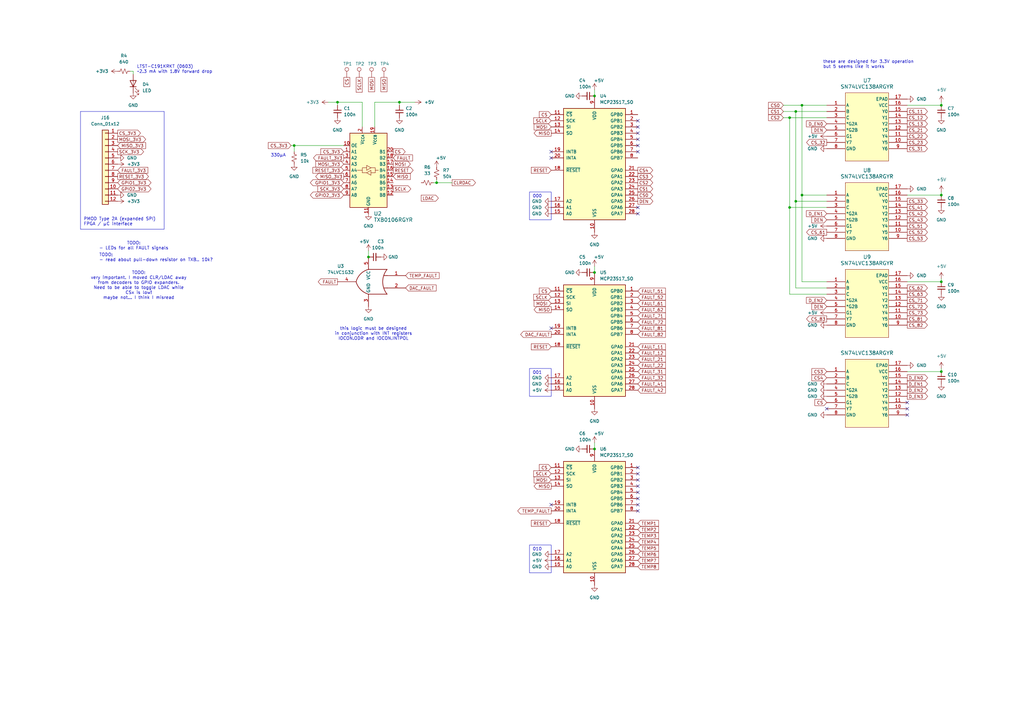
<source format=kicad_sch>
(kicad_sch (version 20250114) (generator "eeschema") (generator_version "9.0")
  (paper "A3")
  (lib_symbols
    (symbol "74xGxx:74LVC1G32"
      (property "Reference" "U" (at -5.08 7.62 0))
      (property "Value" "74LVC1G32" (at 7.62 -7.62 0))
      (symbol "74LVC1G32_0_1"
        (arc (start -7.62 5.08) (mid -5.838 0) (end -7.62 -5.08) (stroke (width 0.254)))
        (polyline (pts (xy -7.62 2.54) (xy -6.35 2.54)) (stroke (width 0.254)) (fill (type background)))
        (polyline (pts (xy -7.62 -2.54) (xy -6.35 -2.54)) (stroke (width 0.254)) (fill (type background)))
        (arc (start 5.08 0) (mid 3.202 -3.202) (end 0 -5.08) (stroke (width 0.254)))
        (arc (start 0 5.08) (mid 3.2271 3.2271) (end 5.08 0) (stroke (width 0.254)))
        (polyline (pts (xy 0 5.08) (xy -7.62 5.08)) (stroke (width 0.254)) (fill (type background)))
        (polyline (pts (xy 0 -5.08) (xy -7.62 -5.08)) (stroke (width 0.254)) (fill (type background)))
      )
      (symbol "74LVC1G32_1_1"
        (pin input line (at -15.24 2.54 0) (length 7.62) (name "~") (number "1"))
        (pin input line (at -15.24 -2.54 0) (length 7.62) (name "~") (number "2"))
        (pin power_in line (at 0 10.16 270) (length 5.08) (name "VCC") (number "5"))
        (pin power_in line (at 0 -10.16 90) (length 5.08) (name "GND") (number "3"))
        (pin output line (at 12.7 0 180) (length 7.62) (name "~") (number "4"))
      )
    )
    (symbol "74xx:SN74LVC138ARGYR" (pin_names (offset 0.254))
      (property "Reference" "U" (at 0 19.05 0))
      (property "Value" "SN74LVC138ARGYR" (at 0 16.51 0))
      (symbol "SN74LVC138ARGYR_0_1"
        (pin input line (at -16.51 8.89 0) (length 7.62) (name "A") (number "1"))
        (pin input line (at -16.51 6.35 0) (length 7.62) (name "B") (number "2"))
        (pin input line (at -16.51 3.81 0) (length 7.62) (name "C") (number "3"))
        (pin input line (at -16.51 1.27 0) (length 7.62) (name "*G2A") (number "4"))
        (pin input line (at -16.51 -1.27 0) (length 7.62) (name "*G2B") (number "5"))
        (pin input line (at -16.51 -3.81 0) (length 7.62) (name "G1") (number "6"))
        (pin output line (at -16.51 -6.35 0) (length 7.62) (name "Y7") (number "7"))
        (pin power_in line (at -16.51 -8.89 0) (length 7.62) (name "GND") (number "8"))
        (pin unspecified line (at 16.51 11.43 180) (length 7.62) (name "EPAD") (number "17"))
        (pin power_in line (at 16.51 8.89 180) (length 7.62) (name "VCC") (number "16"))
        (pin output line (at 16.51 6.35 180) (length 7.62) (name "Y0") (number "15"))
        (pin output line (at 16.51 3.81 180) (length 7.62) (name "Y1") (number "14"))
        (pin output line (at 16.51 1.27 180) (length 7.62) (name "Y2") (number "13"))
        (pin output line (at 16.51 -1.27 180) (length 7.62) (name "Y3") (number "12"))
        (pin output line (at 16.51 -3.81 180) (length 7.62) (name "Y4") (number "11"))
        (pin output line (at 16.51 -6.35 180) (length 7.62) (name "Y5") (number "10"))
        (pin output line (at 16.51 -8.89 180) (length 7.62) (name "Y6") (number "9"))
      )
      (symbol "SN74LVC138ARGYR_1_1"
        (rectangle (start -8.89 13.97) (end 8.89 -13.97) (fill (type background)))
      )
    )
    (symbol "Connector:TestPoint" (pin_numbers (hide yes)) (pin_names (offset 0.762) (hide yes))
      (property "Reference" "TP" (at 0 6.858 0))
      (property "Value" "TestPoint" (at 0 5.08 0))
      (symbol "TestPoint_0_1"
        (circle (center 0 3.302) (radius 0.762))
      )
      (symbol "TestPoint_1_1"
        (pin passive line (at 0 0 90) (length 2.54) (name "1") (number "1"))
      )
    )
    (symbol "Connector_Generic:Conn_01x12" (pin_names (offset 1.016) (hide yes))
      (property "Reference" "J" (at 0 15.24 0))
      (property "Value" "Conn_01x12" (at 0 -17.78 0))
      (symbol "Conn_01x12_1_1"
        (rectangle (start -1.27 13.97) (end 1.27 -16.51) (stroke (width 0.254)) (fill (type background)))
        (rectangle (start -1.27 12.827) (end 0 12.573) (stroke (width 0.1524)))
        (rectangle (start -1.27 10.287) (end 0 10.033) (stroke (width 0.1524)))
        (rectangle (start -1.27 7.747) (end 0 7.493) (stroke (width 0.1524)))
        (rectangle (start -1.27 5.207) (end 0 4.953) (stroke (width 0.1524)))
        (rectangle (start -1.27 2.667) (end 0 2.413) (stroke (width 0.1524)))
        (rectangle (start -1.27 0.127) (end 0 -0.127) (stroke (width 0.1524)))
        (rectangle (start -1.27 -2.413) (end 0 -2.667) (stroke (width 0.1524)))
        (rectangle (start -1.27 -4.953) (end 0 -5.207) (stroke (width 0.1524)))
        (rectangle (start -1.27 -7.493) (end 0 -7.747) (stroke (width 0.1524)))
        (rectangle (start -1.27 -10.033) (end 0 -10.287) (stroke (width 0.1524)))
        (rectangle (start -1.27 -12.573) (end 0 -12.827) (stroke (width 0.1524)))
        (rectangle (start -1.27 -15.113) (end 0 -15.367) (stroke (width 0.1524)))
        (pin passive line (at -5.08 12.7 0) (length 3.81) (name "Pin_1") (number "1"))
        (pin passive line (at -5.08 10.16 0) (length 3.81) (name "Pin_2") (number "2"))
        (pin passive line (at -5.08 7.62 0) (length 3.81) (name "Pin_3") (number "3"))
        (pin passive line (at -5.08 5.08 0) (length 3.81) (name "Pin_4") (number "4"))
        (pin passive line (at -5.08 2.54 0) (length 3.81) (name "Pin_5") (number "5"))
        (pin passive line (at -5.08 0 0) (length 3.81) (name "Pin_6") (number "6"))
        (pin passive line (at -5.08 -2.54 0) (length 3.81) (name "Pin_7") (number "7"))
        (pin passive line (at -5.08 -5.08 0) (length 3.81) (name "Pin_8") (number "8"))
        (pin passive line (at -5.08 -7.62 0) (length 3.81) (name "Pin_9") (number "9"))
        (pin passive line (at -5.08 -10.16 0) (length 3.81) (name "Pin_10") (number "10"))
        (pin passive line (at -5.08 -12.7 0) (length 3.81) (name "Pin_11") (number "11"))
        (pin passive line (at -5.08 -15.24 0) (length 3.81) (name "Pin_12") (number "12"))
      )
    )
    (symbol "Device:C_Small" (pin_numbers (hide yes)) (pin_names (offset 0.254) (hide yes))
      (property "Reference" "C" (at 0.254 1.778 0))
      (property "Value" "C_Small" (at 0.254 -2.032 0))
      (symbol "C_Small_0_1"
        (polyline (pts (xy -1.524 0.508) (xy 1.524 0.508)) (stroke (width 0.3048)))
        (polyline (pts (xy -1.524 -0.508) (xy 1.524 -0.508)) (stroke (width 0.3302)))
      )
      (symbol "C_Small_1_1"
        (pin passive line (at 0 2.54 270) (length 2.032) (name "~") (number "1"))
        (pin passive line (at 0 -2.54 90) (length 2.032) (name "~") (number "2"))
      )
    )
    (symbol "Device:LED" (pin_numbers (hide yes)) (pin_names (offset 1.016) (hide yes))
      (property "Reference" "D" (at 0 2.54 0))
      (property "Value" "LED" (at 0 -2.54 0))
      (symbol "LED_0_1"
        (polyline (pts (xy -3.048 -0.762) (xy -4.572 -2.286) (xy -3.81 -2.286) (xy -4.572 -2.286) (xy -4.572 -1.524)))
        (polyline (pts (xy -1.778 -0.762) (xy -3.302 -2.286) (xy -2.54 -2.286) (xy -3.302 -2.286) (xy -3.302 -1.524)))
        (polyline (pts (xy -1.27 0) (xy 1.27 0)))
        (polyline (pts (xy -1.27 -1.27) (xy -1.27 1.27)) (stroke (width 0.254)))
        (polyline (pts (xy 1.27 -1.27) (xy 1.27 1.27) (xy -1.27 0) (xy 1.27 -1.27)) (stroke (width 0.254)))
      )
      (symbol "LED_1_1"
        (pin passive line (at -3.81 0 0) (length 2.54) (name "K") (number "1"))
        (pin passive line (at 3.81 0 180) (length 2.54) (name "A") (number "2"))
      )
    )
    (symbol "Device:R_Small_US" (pin_numbers (hide yes)) (pin_names (offset 0.254) (hide yes))
      (property "Reference" "R" (at 0.762 0.508 0))
      (property "Value" "R_Small_US" (at 0.762 -1.016 0))
      (symbol "R_Small_US_1_1"
        (polyline (pts (xy 0 1.524) (xy 1.016 1.143) (xy 0 0.762) (xy -1.016 0.381) (xy 0 0)))
        (polyline (pts (xy 0 0) (xy 1.016 -0.381) (xy 0 -0.762) (xy -1.016 -1.143) (xy 0 -1.524)))
        (pin passive line (at 0 2.54 270) (length 1.016) (name "~") (number "1"))
        (pin passive line (at 0 -2.54 90) (length 1.016) (name "~") (number "2"))
      )
    )
    (symbol "Interface_Expansion:MCP23S17_SO" (pin_names (offset 1.016))
      (property "Reference" "U" (at -11.43 24.13 0))
      (property "Value" "MCP23S17_SO" (at 0 0 0))
      (symbol "MCP23S17_SO_0_1"
        (rectangle (start -12.7 22.86) (end 12.7 -22.86) (stroke (width 0.254)) (fill (type background)))
      )
      (symbol "MCP23S17_SO_1_1"
        (pin input line (at -17.78 20.32 0) (length 5.08) (name "~{CS}") (number "11"))
        (pin input line (at -17.78 17.78 0) (length 5.08) (name "SCK") (number "12"))
        (pin input line (at -17.78 15.24 0) (length 5.08) (name "SI") (number "13"))
        (pin output line (at -17.78 12.7 0) (length 5.08) (name "SO") (number "14"))
        (pin tri_state line (at -17.78 5.08 0) (length 5.08) (name "INTB") (number "19"))
        (pin tri_state line (at -17.78 2.54 0) (length 5.08) (name "INTA") (number "20"))
        (pin input line (at -17.78 -2.54 0) (length 5.08) (name "~{RESET}") (number "18"))
        (pin input line (at -17.78 -15.24 0) (length 5.08) (name "A2") (number "17"))
        (pin input line (at -17.78 -17.78 0) (length 5.08) (name "A1") (number "16"))
        (pin input line (at -17.78 -20.32 0) (length 5.08) (name "A0") (number "15"))
        (pin power_in line (at 0 27.94 270) (length 5.08) (name "VDD") (number "9"))
        (pin power_in line (at 0 -27.94 90) (length 5.08) (name "VSS") (number "10"))
        (pin bidirectional line (at 17.78 20.32 180) (length 5.08) (name "GPB0") (number "1"))
        (pin bidirectional line (at 17.78 17.78 180) (length 5.08) (name "GPB1") (number "2"))
        (pin bidirectional line (at 17.78 15.24 180) (length 5.08) (name "GPB2") (number "3"))
        (pin bidirectional line (at 17.78 12.7 180) (length 5.08) (name "GPB3") (number "4"))
        (pin bidirectional line (at 17.78 10.16 180) (length 5.08) (name "GPB4") (number "5"))
        (pin bidirectional line (at 17.78 7.62 180) (length 5.08) (name "GPB5") (number "6"))
        (pin bidirectional line (at 17.78 5.08 180) (length 5.08) (name "GPB6") (number "7"))
        (pin bidirectional line (at 17.78 2.54 180) (length 5.08) (name "GPB7") (number "8"))
        (pin bidirectional line (at 17.78 -2.54 180) (length 5.08) (name "GPA0") (number "21"))
        (pin bidirectional line (at 17.78 -5.08 180) (length 5.08) (name "GPA1") (number "22"))
        (pin bidirectional line (at 17.78 -7.62 180) (length 5.08) (name "GPA2") (number "23"))
        (pin bidirectional line (at 17.78 -10.16 180) (length 5.08) (name "GPA3") (number "24"))
        (pin bidirectional line (at 17.78 -12.7 180) (length 5.08) (name "GPA4") (number "25"))
        (pin bidirectional line (at 17.78 -15.24 180) (length 5.08) (name "GPA5") (number "26"))
        (pin bidirectional line (at 17.78 -17.78 180) (length 5.08) (name "GPA6") (number "27"))
        (pin bidirectional line (at 17.78 -20.32 180) (length 5.08) (name "GPA7") (number "28"))
      )
    )
    (symbol "Logic_LevelTranslator:TXB0108PW"
      (property "Reference" "U" (at -6.35 16.51 0))
      (property "Value" "TXB0108PW" (at 3.81 16.51 0))
      (symbol "TXB0108PW_0_1"
        (rectangle (start -7.62 15.24) (end 7.62 -15.24) (stroke (width 0.254)) (fill (type background)))
        (polyline (pts (xy -2.54 0) (xy -2.54 1.016) (xy -0.762 1.016)))
        (polyline (pts (xy -0.762 -1.016) (xy -2.54 -1.016) (xy -2.54 0) (xy -4.572 0)))
        (polyline (pts (xy -0.762 -1.016) (xy 1.016 0) (xy 1.016 -2.032) (xy -0.762 -1.016)))
        (polyline (pts (xy 1.016 1.016) (xy -0.762 0) (xy -0.762 2.032) (xy 1.016 1.016)))
        (polyline (pts (xy 1.016 1.016) (xy 2.794 1.016) (xy 2.794 0) (xy 4.064 0)))
        (polyline (pts (xy 2.794 0) (xy 2.794 -1.016) (xy 1.016 -1.016)))
      )
      (symbol "TXB0108PW_1_1"
        (pin input line (at -10.16 10.16 0) (length 2.54) (name "OE") (number "10"))
        (pin bidirectional line (at -10.16 7.62 0) (length 2.54) (name "A1") (number "1"))
        (pin bidirectional line (at -10.16 5.08 0) (length 2.54) (name "A2") (number "3"))
        (pin bidirectional line (at -10.16 2.54 0) (length 2.54) (name "A3") (number "4"))
        (pin bidirectional line (at -10.16 0 0) (length 2.54) (name "A4") (number "5"))
        (pin bidirectional line (at -10.16 -2.54 0) (length 2.54) (name "A5") (number "6"))
        (pin bidirectional line (at -10.16 -5.08 0) (length 2.54) (name "A6") (number "7"))
        (pin bidirectional line (at -10.16 -7.62 0) (length 2.54) (name "A7") (number "8"))
        (pin bidirectional line (at -10.16 -10.16 0) (length 2.54) (name "A8") (number "9"))
        (pin power_in line (at -2.54 17.78 270) (length 2.54) (name "V_{CCA}") (number "2"))
        (pin power_in line (at 0 -17.78 90) (length 2.54) (name "GND") (number "11"))
        (pin power_in line (at 2.54 17.78 270) (length 2.54) (name "V_{CCB}") (number "19"))
        (pin bidirectional line (at 10.16 7.62 180) (length 2.54) (name "B1") (number "20"))
        (pin bidirectional line (at 10.16 5.08 180) (length 2.54) (name "B2") (number "18"))
        (pin bidirectional line (at 10.16 2.54 180) (length 2.54) (name "B3") (number "17"))
        (pin bidirectional line (at 10.16 0 180) (length 2.54) (name "B4") (number "16"))
        (pin bidirectional line (at 10.16 -2.54 180) (length 2.54) (name "B5") (number "15"))
        (pin bidirectional line (at 10.16 -5.08 180) (length 2.54) (name "B6") (number "14"))
        (pin bidirectional line (at 10.16 -7.62 180) (length 2.54) (name "B7") (number "13"))
        (pin bidirectional line (at 10.16 -10.16 180) (length 2.54) (name "B8") (number "12"))
      )
    )
    (symbol "power:+3V3" (power) (pin_names (offset 0))
      (property "Value" "+3V3" (at 0 3.556 0))
      (symbol "+3V3_0_1"
        (polyline (pts (xy -0.762 1.27) (xy 0 2.54)))
        (polyline (pts (xy 0 2.54) (xy 0.762 1.27)))
        (polyline (pts (xy 0 0) (xy 0 2.54)))
      )
      (symbol "+3V3_1_1"
        (pin power_in line (at 0 0 90) (length 0) (hide yes) (name "+3V3") (number "1"))
      )
    )
    (symbol "power:+5V" (power) (pin_names (offset 0))
      (property "Value" "+5V" (at 0 3.556 0))
      (symbol "+5V_0_1"
        (polyline (pts (xy -0.762 1.27) (xy 0 2.54)))
        (polyline (pts (xy 0 2.54) (xy 0.762 1.27)))
        (polyline (pts (xy 0 0) (xy 0 2.54)))
      )
      (symbol "+5V_1_1"
        (pin power_in line (at 0 0 90) (length 0) (hide yes) (name "+5V") (number "1"))
      )
    )
    (symbol "power:GND" (power) (pin_names (offset 0))
      (property "Value" "GND" (at 0 -3.81 0))
      (symbol "GND_0_1"
        (polyline (pts (xy 0 0) (xy 0 -1.27) (xy 1.27 -1.27) (xy 0 -2.54) (xy -1.27 -1.27) (xy 0 -1.27)))
      )
      (symbol "GND_1_1"
        (pin power_in line (at 0 0 270) (length 0) (hide yes) (name "GND") (number "1"))
      )
    )
  )
  (rectangle (start 217.17 223.52) (end 226.06 234.95))
  (rectangle (start 217.17 78.74) (end 226.06 90.17))
  (rectangle (start 217.17 151.13) (end 226.06 162.56))
  (text "TODO:\n- LEDs for all FAULT signals\n" (at 54.864 100.838 0) (effects (font (size 1.27 1.27))))
  (text "this logic must be designed\nin conjunction with INT registers\nIOCON.ODR and IOCON.INTPOL" (at 153.162 136.906 0) (effects (font (size 1.27 1.27))))
  (text "PMOD Type 2A (expanded SPI)\nFPGA / µC interface" (at 34.29 92.71 0) (effects (font (size 1.27 1.27)) (justify left bottom)))
  (text "330µA" (at 110.998 63.754 0) (effects (font (size 1.27 1.27)) (justify left)))
  (text "these are designed for 3.3V operation\nbut 5 seems like it works" (at 337.566 28.194 0) (effects (font (size 1.27 1.27)) (justify left bottom)))
  (text "000" (at 218.44 81.28 0) (effects (font (size 1.27 1.27)) (justify left bottom)))
  (text "010" (at 218.44 226.06 0) (effects (font (size 1.27 1.27)) (justify left bottom)))
  (text "TODO:\nvery important. I moved CLR/LDAC away\nfrom decoders to GPIO expanders.\nNeed to be able to toggle LDAC while\nCSx is low!\nmaybe not... I think I misread" (at 56.896 117.094 0) (effects (font (size 1.27 1.27))))
  (text "TODO:\n- read about pull-down resistor on TXB.. 10k?" (at 40.64 107.442 0) (effects (font (size 1.27 1.27)) (justify left bottom)))
  (text "001" (at 218.44 153.67 0) (effects (font (size 1.27 1.27)) (justify left bottom)))
  (text "LTST-C191KRKT (0603)\n~2.3 mA with 1.8V forward drop" (at 56.134 28.448 0) (effects (font (size 1.27 1.27)) (justify left)))
  (junction (at 179.07 74.93))
  (junction (at 386.08 115.57))
  (junction (at 151.13 105.41))
  (junction (at 323.85 48.26))
  (junction (at 328.93 80.01))
  (junction (at 328.93 43.18))
  (junction (at 323.85 85.09))
  (junction (at 243.84 184.15))
  (junction (at 386.08 43.18))
  (junction (at 243.84 111.76))
  (junction (at 386.08 152.4))
  (junction (at 138.43 41.91))
  (junction (at 120.65 59.69))
  (junction (at 326.39 45.72))
  (junction (at 326.39 82.55))
  (junction (at 243.84 39.37))
  (junction (at 386.08 80.01))
  (junction (at 163.83 41.91))
  (no_connect (at 339.09 167.64))
  (no_connect (at 261.62 207.01))
  (no_connect (at 226.06 207.01))
  (no_connect (at 261.62 201.93))
  (no_connect (at 261.62 199.39))
  (no_connect (at 261.62 54.61))
  (no_connect (at 226.06 64.77))
  (no_connect (at 261.62 194.31))
  (no_connect (at 261.62 57.15))
  (no_connect (at 226.06 134.62))
  (no_connect (at 261.62 204.47))
  (no_connect (at 261.62 59.69))
  (no_connect (at 261.62 49.53))
  (no_connect (at 261.62 52.07))
  (no_connect (at 372.11 165.1))
  (no_connect (at 261.62 85.09))
  (no_connect (at 372.11 170.18))
  (no_connect (at 261.62 62.23))
  (no_connect (at 226.06 62.23))
  (no_connect (at 261.62 209.55))
  (no_connect (at 261.62 87.63))
  (no_connect (at 261.62 191.77))
  (no_connect (at 372.11 167.64))
  (no_connect (at 261.62 196.85))
  (wire (pts (xy 372.11 43.18) (xy 386.08 43.18)))
  (wire (pts (xy 326.39 45.72) (xy 339.09 45.72)))
  (wire (pts (xy 120.65 59.69) (xy 119.38 59.69)))
  (wire (pts (xy 163.83 41.91) (xy 170.18 41.91)))
  (wire (pts (xy 179.07 73.66) (xy 179.07 74.93)))
  (wire (pts (xy 243.84 181.61) (xy 243.84 184.15)))
  (wire (pts (xy 323.85 85.09) (xy 323.85 120.65)))
  (wire (pts (xy 323.85 120.65) (xy 339.09 120.65)))
  (polyline (pts (xy 33.02 45.72) (xy 67.31 45.72)))
  (polyline (pts (xy 33.02 93.98) (xy 67.31 93.98)))
  (wire (pts (xy 243.84 109.22) (xy 243.84 111.76)))
  (wire (pts (xy 179.07 74.93) (xy 185.42 74.93)))
  (wire (pts (xy 386.08 151.13) (xy 386.08 152.4)))
  (wire (pts (xy 120.65 59.69) (xy 120.65 62.23)))
  (wire (pts (xy 328.93 80.01) (xy 328.93 115.57)))
  (wire (pts (xy 138.43 43.18) (xy 138.43 41.91)))
  (wire (pts (xy 326.39 118.11) (xy 339.09 118.11)))
  (wire (pts (xy 323.85 85.09) (xy 339.09 85.09)))
  (wire (pts (xy 163.83 43.18) (xy 163.83 41.91)))
  (wire (pts (xy 53.34 29.21) (xy 54.61 29.21)))
  (wire (pts (xy 151.13 102.87) (xy 151.13 105.41)))
  (wire (pts (xy 326.39 82.55) (xy 339.09 82.55)))
  (wire (pts (xy 372.11 152.4) (xy 386.08 152.4)))
  (wire (pts (xy 328.93 43.18) (xy 328.93 80.01)))
  (wire (pts (xy 326.39 45.72) (xy 326.39 82.55)))
  (wire (pts (xy 321.31 45.72) (xy 326.39 45.72)))
  (wire (pts (xy 321.31 48.26) (xy 323.85 48.26)))
  (wire (pts (xy 386.08 78.74) (xy 386.08 80.01)))
  (polyline (pts (xy 33.02 45.72) (xy 33.02 93.98)))
  (wire (pts (xy 177.8 74.93) (xy 179.07 74.93)))
  (wire (pts (xy 153.67 52.07) (xy 153.67 41.91)))
  (wire (pts (xy 153.67 41.91) (xy 163.83 41.91)))
  (wire (pts (xy 326.39 82.55) (xy 326.39 118.11)))
  (wire (pts (xy 134.62 41.91) (xy 138.43 41.91)))
  (wire (pts (xy 372.11 80.01) (xy 386.08 80.01)))
  (wire (pts (xy 148.59 41.91) (xy 138.43 41.91)))
  (wire (pts (xy 328.93 43.18) (xy 339.09 43.18)))
  (wire (pts (xy 328.93 80.01) (xy 339.09 80.01)))
  (wire (pts (xy 386.08 41.91) (xy 386.08 43.18)))
  (wire (pts (xy 120.65 59.69) (xy 140.97 59.69)))
  (wire (pts (xy 386.08 114.3) (xy 386.08 115.57)))
  (wire (pts (xy 148.59 52.07) (xy 148.59 41.91)))
  (wire (pts (xy 243.84 36.83) (xy 243.84 39.37)))
  (wire (pts (xy 323.85 48.26) (xy 339.09 48.26)))
  (wire (pts (xy 323.85 48.26) (xy 323.85 85.09)))
  (wire (pts (xy 54.61 29.21) (xy 54.61 30.48)))
  (wire (pts (xy 321.31 43.18) (xy 328.93 43.18)))
  (wire (pts (xy 328.93 115.57) (xy 339.09 115.57)))
  (polyline (pts (xy 67.31 93.98) (xy 67.31 45.72)))
  (wire (pts (xy 372.11 115.57) (xy 386.08 115.57)))
  (global_label "CS4" (shape input) (at 339.09 154.94 180) (property "Intersheetrefs" "${INTERSHEET_REFS}" (effects (hide yes))))
  (global_label "D_EN1" (shape input) (at 339.09 87.63 180) (property "Intersheetrefs" "${INTERSHEET_REFS}" (effects (hide yes))))
  (global_label "FAULT_3V3" (shape input) (at 48.26 69.85 0) (property "Intersheetrefs" "${INTERSHEET_REFS}" (effects (hide yes))))
  (global_label "CS_33" (shape output) (at 372.11 82.55 0) (property "Intersheetrefs" "${INTERSHEET_REFS}" (effects (hide yes))))
  (global_label "MOSI" (shape input) (at 226.06 124.46 180) (property "Intersheetrefs" "${INTERSHEET_REFS}" (effects (hide yes))))
  (global_label "TEMP_FAULT" (shape output) (at 226.06 209.55 180) (property "Intersheetrefs" "${INTERSHEET_REFS}" (effects (hide yes))))
  (global_label "FAULT_71" (shape input) (at 261.62 129.54 0) (property "Intersheetrefs" "${INTERSHEET_REFS}" (effects (hide yes))))
  (global_label "FAULT_52" (shape input) (at 261.62 121.92 0) (property "Intersheetrefs" "${INTERSHEET_REFS}" (effects (hide yes))))
  (global_label "D_EN0" (shape input) (at 339.09 50.8 180) (property "Intersheetrefs" "${INTERSHEET_REFS}" (effects (hide yes))))
  (global_label "MOSI" (shape passive) (at 152.4 31.75 270) (property "Intersheetrefs" "${INTERSHEET_REFS}" (effects (hide yes))))
  (global_label "CS_11" (shape output) (at 372.11 45.72 0) (property "Intersheetrefs" "${INTERSHEET_REFS}" (effects (hide yes))))
  (global_label "CS_63" (shape output) (at 372.11 120.65 0) (property "Intersheetrefs" "${INTERSHEET_REFS}" (effects (hide yes))))
  (global_label "TEMP3" (shape input) (at 261.62 219.71 0) (property "Intersheetrefs" "${INTERSHEET_REFS}" (effects (hide yes))))
  (global_label "TEMP6" (shape input) (at 261.62 227.33 0) (property "Intersheetrefs" "${INTERSHEET_REFS}" (effects (hide yes))))
  (global_label "FAULT_42" (shape input) (at 261.62 160.02 0) (property "Intersheetrefs" "${INTERSHEET_REFS}" (effects (hide yes))))
  (global_label "CS_53" (shape output) (at 372.11 97.79 0) (property "Intersheetrefs" "${INTERSHEET_REFS}" (effects (hide yes))))
  (global_label "MISO" (shape input) (at 161.29 72.39 0) (property "Intersheetrefs" "${INTERSHEET_REFS}" (effects (hide yes))))
  (global_label "D_EN2" (shape input) (at 339.09 123.19 180) (property "Intersheetrefs" "${INTERSHEET_REFS}" (effects (hide yes))))
  (global_label "TEMP4" (shape input) (at 261.62 222.25 0) (property "Intersheetrefs" "${INTERSHEET_REFS}" (effects (hide yes))))
  (global_label "TEMP5" (shape input) (at 261.62 224.79 0) (property "Intersheetrefs" "${INTERSHEET_REFS}" (effects (hide yes))))
  (global_label "SCLK" (shape passive) (at 147.32 31.75 270) (property "Intersheetrefs" "${INTERSHEET_REFS}" (effects (hide yes))))
  (global_label "FAULT_31" (shape input) (at 261.62 152.4 0) (property "Intersheetrefs" "${INTERSHEET_REFS}" (effects (hide yes))))
  (global_label "MOSI" (shape input) (at 226.06 196.85 180) (property "Intersheetrefs" "${INTERSHEET_REFS}" (effects (hide yes))))
  (global_label "FAULT" (shape output) (at 138.43 115.57 180) (property "Intersheetrefs" "${INTERSHEET_REFS}" (effects (hide yes))))
  (global_label "FAULT" (shape input) (at 161.29 64.77 0) (property "Intersheetrefs" "${INTERSHEET_REFS}" (effects (hide yes))))
  (global_label "CS2" (shape output) (at 261.62 74.93 0) (property "Intersheetrefs" "${INTERSHEET_REFS}" (effects (hide yes))))
  (global_label "CS_82" (shape output) (at 372.11 133.35 0) (property "Intersheetrefs" "${INTERSHEET_REFS}" (effects (hide yes))))
  (global_label "MISO_3V3" (shape output) (at 140.97 72.39 180) (property "Intersheetrefs" "${INTERSHEET_REFS}" (effects (hide yes))))
  (global_label "DEN" (shape input) (at 339.09 125.73 180) (property "Intersheetrefs" "${INTERSHEET_REFS}" (effects (hide yes))))
  (global_label "CS_61" (shape output) (at 339.09 95.25 180) (property "Intersheetrefs" "${INTERSHEET_REFS}" (effects (hide yes))))
  (global_label "CLRDAC" (shape output) (at 185.42 74.93 0) (property "Intersheetrefs" "${INTERSHEET_REFS}" (effects (hide yes))))
  (global_label "TEMP8" (shape input) (at 261.62 232.41 0) (property "Intersheetrefs" "${INTERSHEET_REFS}" (effects (hide yes))))
  (global_label "CS" (shape input) (at 339.09 165.1 180) (property "Intersheetrefs" "${INTERSHEET_REFS}" (effects (hide yes))))
  (global_label "FAULT_21" (shape input) (at 261.62 147.32 0) (property "Intersheetrefs" "${INTERSHEET_REFS}" (effects (hide yes))))
  (global_label "CS_23" (shape output) (at 372.11 58.42 0) (property "Intersheetrefs" "${INTERSHEET_REFS}" (effects (hide yes))))
  (global_label "FAULT_61" (shape input) (at 261.62 124.46 0) (property "Intersheetrefs" "${INTERSHEET_REFS}" (effects (hide yes))))
  (global_label "SCLK" (shape input) (at 226.06 49.53 180) (property "Intersheetrefs" "${INTERSHEET_REFS}" (effects (hide yes))))
  (global_label "CS0" (shape input) (at 321.31 43.18 180) (property "Intersheetrefs" "${INTERSHEET_REFS}" (effects (hide yes))))
  (global_label "MOSI_3V3" (shape output) (at 48.26 57.15 0) (property "Intersheetrefs" "${INTERSHEET_REFS}" (effects (hide yes))))
  (global_label "SCLK" (shape input) (at 226.06 194.31 180) (property "Intersheetrefs" "${INTERSHEET_REFS}" (effects (hide yes))))
  (global_label "CS" (shape passive) (at 142.24 31.75 270) (property "Intersheetrefs" "${INTERSHEET_REFS}" (effects (hide yes))))
  (global_label "DEN" (shape input) (at 339.09 90.17 180) (property "Intersheetrefs" "${INTERSHEET_REFS}" (effects (hide yes))))
  (global_label "RESET" (shape input) (at 226.06 142.24 180) (property "Intersheetrefs" "${INTERSHEET_REFS}" (effects (hide yes))))
  (global_label "LDAC" (shape output) (at 172.72 81.28 0) (property "Intersheetrefs" "${INTERSHEET_REFS}" (effects (hide yes))))
  (global_label "D_EN2" (shape output) (at 372.11 160.02 0) (property "Intersheetrefs" "${INTERSHEET_REFS}" (effects (hide yes))))
  (global_label "CS_71" (shape output) (at 372.11 123.19 0) (property "Intersheetrefs" "${INTERSHEET_REFS}" (effects (hide yes))))
  (global_label "CS_3V3" (shape input) (at 140.97 62.23 180) (property "Intersheetrefs" "${INTERSHEET_REFS}" (effects (hide yes))))
  (global_label "RESET" (shape input) (at 226.06 69.85 180) (property "Intersheetrefs" "${INTERSHEET_REFS}" (effects (hide yes))))
  (global_label "CS" (shape input) (at 226.06 46.99 180) (property "Intersheetrefs" "${INTERSHEET_REFS}" (effects (hide yes))))
  (global_label "CS_51" (shape output) (at 372.11 92.71 0) (property "Intersheetrefs" "${INTERSHEET_REFS}" (effects (hide yes))))
  (global_label "CS3" (shape output) (at 261.62 72.39 0) (property "Intersheetrefs" "${INTERSHEET_REFS}" (effects (hide yes))))
  (global_label "D_EN1" (shape output) (at 372.11 157.48 0) (property "Intersheetrefs" "${INTERSHEET_REFS}" (effects (hide yes))))
  (global_label "CS_83" (shape output) (at 339.09 130.81 180) (property "Intersheetrefs" "${INTERSHEET_REFS}" (effects (hide yes))))
  (global_label "GPIO2_3V3" (shape bidirectional) (at 140.97 80.01 180) (property "Intersheetrefs" "${INTERSHEET_REFS}" (effects (hide yes))))
  (global_label "CS" (shape input) (at 226.06 119.38 180) (property "Intersheetrefs" "${INTERSHEET_REFS}" (effects (hide yes))))
  (global_label "RESET" (shape input) (at 226.06 214.63 180) (property "Intersheetrefs" "${INTERSHEET_REFS}" (effects (hide yes))))
  (global_label "CS_3V3" (shape output) (at 48.26 54.61 0) (property "Intersheetrefs" "${INTERSHEET_REFS}" (effects (hide yes))))
  (global_label "MISO" (shape output) (at 226.06 54.61 180) (property "Intersheetrefs" "${INTERSHEET_REFS}" (effects (hide yes))))
  (global_label "FAULT_81" (shape input) (at 261.62 134.62 0) (property "Intersheetrefs" "${INTERSHEET_REFS}" (effects (hide yes))))
  (global_label "CS_13" (shape output) (at 372.11 50.8 0) (property "Intersheetrefs" "${INTERSHEET_REFS}" (effects (hide yes))))
  (global_label "MISO" (shape passive) (at 157.48 31.75 270) (property "Intersheetrefs" "${INTERSHEET_REFS}" (effects (hide yes))))
  (global_label "FAULT_51" (shape input) (at 261.62 119.38 0) (property "Intersheetrefs" "${INTERSHEET_REFS}" (effects (hide yes))))
  (global_label "FAULT_72" (shape input) (at 261.62 132.08 0) (property "Intersheetrefs" "${INTERSHEET_REFS}" (effects (hide yes))))
  (global_label "TEMP_FAULT" (shape input) (at 166.37 113.03 0) (property "Intersheetrefs" "${INTERSHEET_REFS}" (effects (hide yes))))
  (global_label "CS3" (shape input) (at 339.09 152.4 180) (property "Intersheetrefs" "${INTERSHEET_REFS}" (effects (hide yes))))
  (global_label "CS_73" (shape output) (at 372.11 128.27 0) (property "Intersheetrefs" "${INTERSHEET_REFS}" (effects (hide yes))))
  (global_label "D_EN3" (shape output) (at 372.11 162.56 0) (property "Intersheetrefs" "${INTERSHEET_REFS}" (effects (hide yes))))
  (global_label "CS_81" (shape output) (at 372.11 130.81 0) (property "Intersheetrefs" "${INTERSHEET_REFS}" (effects (hide yes))))
  (global_label "TEMP7" (shape input) (at 261.62 229.87 0) (property "Intersheetrefs" "${INTERSHEET_REFS}" (effects (hide yes))))
  (global_label "CS1" (shape output) (at 261.62 77.47 0) (property "Intersheetrefs" "${INTERSHEET_REFS}" (effects (hide yes))))
  (global_label "GPIO1_3V3" (shape bidirectional) (at 48.26 74.93 0) (property "Intersheetrefs" "${INTERSHEET_REFS}" (effects (hide yes))))
  (global_label "CS_72" (shape output) (at 372.11 125.73 0) (property "Intersheetrefs" "${INTERSHEET_REFS}" (effects (hide yes))))
  (global_label "SCLK" (shape input) (at 226.06 121.92 180) (property "Intersheetrefs" "${INTERSHEET_REFS}" (effects (hide yes))))
  (global_label "FAULT_41" (shape input) (at 261.62 157.48 0) (property "Intersheetrefs" "${INTERSHEET_REFS}" (effects (hide yes))))
  (global_label "CS_62" (shape output) (at 372.11 118.11 0) (property "Intersheetrefs" "${INTERSHEET_REFS}" (effects (hide yes))))
  (global_label "FAULT_11" (shape input) (at 261.62 142.24 0) (property "Intersheetrefs" "${INTERSHEET_REFS}" (effects (hide yes))))
  (global_label "MOSI" (shape input) (at 226.06 52.07 180) (property "Intersheetrefs" "${INTERSHEET_REFS}" (effects (hide yes))))
  (global_label "FAULT_22" (shape input) (at 261.62 149.86 0) (property "Intersheetrefs" "${INTERSHEET_REFS}" (effects (hide yes))))
  (global_label "RESET_3V3" (shape input) (at 140.97 69.85 180) (property "Intersheetrefs" "${INTERSHEET_REFS}" (effects (hide yes))))
  (global_label "CS2" (shape input) (at 321.31 48.26 180) (property "Intersheetrefs" "${INTERSHEET_REFS}" (effects (hide yes))))
  (global_label "FAULT_12" (shape input) (at 261.62 144.78 0) (property "Intersheetrefs" "${INTERSHEET_REFS}" (effects (hide yes))))
  (global_label "FAULT_32" (shape input) (at 261.62 154.94 0) (property "Intersheetrefs" "${INTERSHEET_REFS}" (effects (hide yes))))
  (global_label "CS_21" (shape output) (at 372.11 53.34 0) (property "Intersheetrefs" "${INTERSHEET_REFS}" (effects (hide yes))))
  (global_label "CS0" (shape output) (at 261.62 80.01 0) (property "Intersheetrefs" "${INTERSHEET_REFS}" (effects (hide yes))))
  (global_label "GPIO1_3V3" (shape bidirectional) (at 140.97 74.93 180) (property "Intersheetrefs" "${INTERSHEET_REFS}" (effects (hide yes))))
  (global_label "CS_22" (shape output) (at 372.11 55.88 0) (property "Intersheetrefs" "${INTERSHEET_REFS}" (effects (hide yes))))
  (global_label "DAC_FAULT" (shape output) (at 226.06 137.16 180) (property "Intersheetrefs" "${INTERSHEET_REFS}" (effects (hide yes))))
  (global_label "CS4" (shape output) (at 261.62 69.85 0) (property "Intersheetrefs" "${INTERSHEET_REFS}" (effects (hide yes))))
  (global_label "CS_41" (shape output) (at 372.11 85.09 0) (property "Intersheetrefs" "${INTERSHEET_REFS}" (effects (hide yes))))
  (global_label "CS_31" (shape output) (at 372.11 60.96 0) (property "Intersheetrefs" "${INTERSHEET_REFS}" (effects (hide yes))))
  (global_label "MOSI_3V3" (shape input) (at 140.97 67.31 180) (property "Intersheetrefs" "${INTERSHEET_REFS}" (effects (hide yes))))
  (global_label "TEMP2" (shape input) (at 261.62 217.17 0) (property "Intersheetrefs" "${INTERSHEET_REFS}" (effects (hide yes))))
  (global_label "CS_3V3" (shape input) (at 119.38 59.69 180) (property "Intersheetrefs" "${INTERSHEET_REFS}" (effects (hide yes))))
  (global_label "DAC_FAULT" (shape input) (at 166.37 118.11 0) (property "Intersheetrefs" "${INTERSHEET_REFS}" (effects (hide yes))))
  (global_label "MISO" (shape output) (at 226.06 127 180) (property "Intersheetrefs" "${INTERSHEET_REFS}" (effects (hide yes))))
  (global_label "FAULT_82" (shape input) (at 261.62 137.16 0) (property "Intersheetrefs" "${INTERSHEET_REFS}" (effects (hide yes))))
  (global_label "CS" (shape output) (at 161.29 62.23 0) (property "Intersheetrefs" "${INTERSHEET_REFS}" (effects (hide yes))))
  (global_label "D_EN0" (shape output) (at 372.11 154.94 0) (property "Intersheetrefs" "${INTERSHEET_REFS}" (effects (hide yes))))
  (global_label "GPIO2_3V3" (shape bidirectional) (at 48.26 77.47 0) (property "Intersheetrefs" "${INTERSHEET_REFS}" (effects (hide yes))))
  (global_label "SCLK" (shape output) (at 161.29 77.47 0) (property "Intersheetrefs" "${INTERSHEET_REFS}" (effects (hide yes))))
  (global_label "CS_42" (shape output) (at 372.11 87.63 0) (property "Intersheetrefs" "${INTERSHEET_REFS}" (effects (hide yes))))
  (global_label "CS_12" (shape output) (at 372.11 48.26 0) (property "Intersheetrefs" "${INTERSHEET_REFS}" (effects (hide yes))))
  (global_label "CS_52" (shape output) (at 372.11 95.25 0) (property "Intersheetrefs" "${INTERSHEET_REFS}" (effects (hide yes))))
  (global_label "DEN" (shape output) (at 261.62 82.55 0) (property "Intersheetrefs" "${INTERSHEET_REFS}" (effects (hide yes))))
  (global_label "MISO" (shape output) (at 226.06 199.39 180) (property "Intersheetrefs" "${INTERSHEET_REFS}" (effects (hide yes))))
  (global_label "TEMP1" (shape input) (at 261.62 214.63 0) (property "Intersheetrefs" "${INTERSHEET_REFS}" (effects (hide yes))))
  (global_label "MISO_3V3" (shape input) (at 48.26 59.69 0) (property "Intersheetrefs" "${INTERSHEET_REFS}" (effects (hide yes))))
  (global_label "CS_43" (shape output) (at 372.11 90.17 0) (property "Intersheetrefs" "${INTERSHEET_REFS}" (effects (hide yes))))
  (global_label "MOSI" (shape output) (at 161.29 67.31 0) (property "Intersheetrefs" "${INTERSHEET_REFS}" (effects (hide yes))))
  (global_label "CS" (shape input) (at 226.06 191.77 180) (property "Intersheetrefs" "${INTERSHEET_REFS}" (effects (hide yes))))
  (global_label "RESET" (shape output) (at 161.29 69.85 0) (property "Intersheetrefs" "${INTERSHEET_REFS}" (effects (hide yes))))
  (global_label "SCK_3V3" (shape output) (at 48.26 62.23 0) (property "Intersheetrefs" "${INTERSHEET_REFS}" (effects (hide yes))))
  (global_label "FAULT_62" (shape input) (at 261.62 127 0) (property "Intersheetrefs" "${INTERSHEET_REFS}" (effects (hide yes))))
  (global_label "SCK_3V3" (shape input) (at 140.97 77.47 180) (property "Intersheetrefs" "${INTERSHEET_REFS}" (effects (hide yes))))
  (global_label "FAULT_3V3" (shape output) (at 140.97 64.77 180) (property "Intersheetrefs" "${INTERSHEET_REFS}" (effects (hide yes))))
  (global_label "DEN" (shape input) (at 339.09 53.34 180) (property "Intersheetrefs" "${INTERSHEET_REFS}" (effects (hide yes))))
  (global_label "CS1" (shape input) (at 321.31 45.72 180) (property "Intersheetrefs" "${INTERSHEET_REFS}" (effects (hide yes))))
  (global_label "RESET_3V3" (shape output) (at 48.26 72.39 0) (property "Intersheetrefs" "${INTERSHEET_REFS}" (effects (hide yes))))
  (global_label "CS_32" (shape output) (at 339.09 58.42 180) (property "Intersheetrefs" "${INTERSHEET_REFS}" (effects (hide yes))))
  (symbol (lib_id "power:+5V") (at 386.08 114.3 0) (unit 1)
    (property "Reference" "#PWR0409" (effects (hide yes)))
    (property "Value" "+5V" (at 386.08 109.22 0))
  )
  (symbol (lib_id "Device:C_Small") (at 163.83 45.72 0) (unit 1)
    (property "Reference" "C2" (at 166.37 44.4563 0) (effects (justify left)))
    (property "Value" "100n" (at 166.37 46.9963 0) (effects (justify left)))
  )
  (symbol (lib_id "power:+5V") (at 386.08 41.91 0) (unit 1)
    (property "Reference" "#PWR0405" (effects (hide yes)))
    (property "Value" "+5V" (at 386.08 36.83 0))
  )
  (symbol (lib_id "74xx:SN74LVC138ARGYR") (at 355.6 124.46 0) (unit 1)
    (property "Reference" "U9" (at 355.6 105.41 0) (effects (font (size 1.524 1.524))))
    (property "Value" "SN74LVC138ARGYR" (at 355.6 107.95 0) (effects (font (size 1.524 1.524))))
    (property "Footprint" "Package_SO:TSSOP-16-1EP_4.4x5mm_P0.65mm" (effects (hide yes)))
    (property "Datasheet" "SN74LVC138ARGYR" (effects (hide yes)))
  )
  (symbol (lib_id "power:GND") (at 226.06 85.09 270) (unit 1)
    (property "Reference" "#PWR0373" (effects (hide yes)))
    (property "Value" "GND" (at 222.25 85.09 90) (effects (justify right)))
  )
  (symbol (lib_id "power:GND") (at 386.08 48.26 0) (unit 1)
    (property "Reference" "#PWR0406" (effects (hide yes)))
    (property "Value" "GND" (at 386.08 53.34 0))
  )
  (symbol (lib_id "Connector_Generic:Conn_01x12") (at 43.18 67.31 0) (mirror y) (unit 1)
    (property "Reference" "J16" (at 43.18 48.26 0))
    (property "Value" "Conn_01x12" (at 43.18 50.8 0))
    (property "Footprint" "Connector_PinHeader_2.54mm:PinHeader_2x06_PMOD_Peripheral" (effects (hide yes)))
  )
  (symbol (lib_id "power:GND") (at 151.13 87.63 0) (unit 1)
    (property "Reference" "#PWR0347" (effects (hide yes)))
    (property "Value" "GND" (at 151.13 92.71 0))
  )
  (symbol (lib_id "74xGxx:74LVC1G32") (at 151.13 115.57 0) (mirror y) (unit 1)
    (property "Reference" "U3" (at 139.7 109.1498 0))
    (property "Value" "74LVC1G32" (at 139.7 111.6898 0))
    (property "Footprint" "Package_TO_SOT_SMD:SOT-23-5" (effects (hide yes)))
    (property "Datasheet" "http://www.ti.com/lit/sg/scyt129e/scyt129e.pdf" (effects (hide yes)))
    (property "Description" "Single OR Gate, Low-Voltage CMOS" (effects (hide yes)))
  )
  (symbol (lib_id "power:+5V") (at 339.09 92.71 90) (unit 1)
    (property "Reference" "#PWR0393" (effects (hide yes)))
    (property "Value" "+5V" (at 335.28 92.71 90) (effects (justify left)))
  )
  (symbol (lib_id "Device:R_Small_US") (at 120.65 64.77 0) (unit 1)
    (property "Reference" "R5" (at 123.19 63.4999 0) (effects (justify left)))
    (property "Value" "10k" (at 123.19 66.0399 0) (effects (justify left)))
  )
  (symbol (lib_id "Device:C_Small") (at 386.08 154.94 0) (unit 1)
    (property "Reference" "C10" (at 388.62 153.6763 0) (effects (justify left)))
    (property "Value" "100n" (at 388.62 156.2163 0) (effects (justify left)))
  )
  (symbol (lib_id "power:GND") (at 138.43 48.26 0) (unit 1)
    (property "Reference" "#PWR0363" (effects (hide yes)))
    (property "Value" "GND" (at 138.43 53.34 0))
  )
  (symbol (lib_id "Interface_Expansion:MCP23S17_SO") (at 243.84 67.31 0) (unit 1)
    (property "Reference" "U4" (at 246.0341 39.37 0) (effects (justify left)))
    (property "Value" "MCP23S17_SO" (at 246.0341 41.91 0) (effects (justify left)))
    (property "Footprint" "Package_SO:SOIC-28W_7.5x17.9mm_P1.27mm" (effects (hide yes)))
    (property "Datasheet" "http://ww1.microchip.com/downloads/en/DeviceDoc/20001952C.pdf" (effects (hide yes)))
  )
  (symbol (lib_id "power:+5V") (at 386.08 78.74 0) (unit 1)
    (property "Reference" "#PWR0407" (effects (hide yes)))
    (property "Value" "+5V" (at 386.08 73.66 0))
  )
  (symbol (lib_id "power:GND") (at 243.84 95.25 0) (unit 1)
    (property "Reference" "#PWR0385" (effects (hide yes)))
    (property "Value" "GND" (at 243.84 100.33 0))
  )
  (symbol (lib_id "Device:C_Small") (at 241.3 111.76 270) (mirror x) (unit 1)
    (property "Reference" "C5" (at 237.49 105.41 90) (effects (justify left)))
    (property "Value" "100n" (at 237.49 107.95 90) (effects (justify left)))
  )
  (symbol (lib_id "power:+5V") (at 243.84 36.83 0) (mirror y) (unit 1)
    (property "Reference" "#PWR0384" (effects (hide yes)))
    (property "Value" "+5V" (at 247.65 33.02 0) (effects (justify left)))
  )
  (symbol (lib_id "74xx:SN74LVC138ARGYR") (at 355.6 88.9 0) (unit 1)
    (property "Reference" "U8" (at 355.6 69.85 0) (effects (font (size 1.524 1.524))))
    (property "Value" "SN74LVC138ARGYR" (at 355.6 72.39 0) (effects (font (size 1.524 1.524))))
    (property "Footprint" "Package_SO:TSSOP-16-1EP_4.4x5mm_P0.65mm" (effects (hide yes)))
    (property "Datasheet" "SN74LVC138ARGYR" (effects (hide yes)))
  )
  (symbol (lib_id "power:GND") (at 386.08 85.09 0) (unit 1)
    (property "Reference" "#PWR0408" (effects (hide yes)))
    (property "Value" "GND" (at 386.08 90.17 0))
  )
  (symbol (lib_id "Device:C_Small") (at 241.3 184.15 270) (mirror x) (unit 1)
    (property "Reference" "C6" (at 237.49 177.8 90) (effects (justify left)))
    (property "Value" "100n" (at 237.49 180.34 90) (effects (justify left)))
  )
  (symbol (lib_id "power:+5V") (at 243.84 109.22 0) (mirror y) (unit 1)
    (property "Reference" "#PWR0386" (effects (hide yes)))
    (property "Value" "+5V" (at 247.65 105.41 0) (effects (justify left)))
  )
  (symbol (lib_id "Device:C_Small") (at 386.08 82.55 0) (unit 1)
    (property "Reference" "C8" (at 388.62 81.2863 0) (effects (justify left)))
    (property "Value" "100n" (at 388.62 83.8263 0) (effects (justify left)))
  )
  (symbol (lib_id "power:+5V") (at 243.84 181.61 0) (mirror y) (unit 1)
    (property "Reference" "#PWR0388" (effects (hide yes)))
    (property "Value" "+5V" (at 247.65 177.8 0) (effects (justify left)))
  )
  (symbol (lib_id "power:+5V") (at 339.09 55.88 90) (unit 1)
    (property "Reference" "#PWR0391" (effects (hide yes)))
    (property "Value" "+5V" (at 335.28 55.88 90) (effects (justify left)))
  )
  (symbol (lib_id "power:GND") (at 226.06 157.48 270) (unit 1)
    (property "Reference" "#PWR0376" (effects (hide yes)))
    (property "Value" "GND" (at 222.25 157.48 90) (effects (justify right)))
  )
  (symbol (lib_id "power:GND") (at 48.26 80.01 90) (unit 1)
    (property "Reference" "#PWR0353" (effects (hide yes)))
    (property "Value" "GND" (at 52.07 80.01 90) (effects (justify right)))
  )
  (symbol (lib_id "power:GND") (at 226.06 87.63 270) (unit 1)
    (property "Reference" "#PWR0374" (effects (hide yes)))
    (property "Value" "GND" (at 222.25 87.63 90) (effects (justify right)))
  )
  (symbol (lib_id "power:GND") (at 243.84 167.64 0) (unit 1)
    (property "Reference" "#PWR0387" (effects (hide yes)))
    (property "Value" "GND" (at 243.84 172.72 0))
  )
  (symbol (lib_id "power:GND") (at 226.06 154.94 270) (unit 1)
    (property "Reference" "#PWR0375" (effects (hide yes)))
    (property "Value" "GND" (at 222.25 154.94 90) (effects (justify right)))
  )
  (symbol (lib_id "Connector:TestPoint") (at 152.4 31.75 0) (unit 1)
    (property "Reference" "TP3" (at 150.876 26.162 0) (effects (justify left)))
    (property "Value" "TestPoint" (effects (hide yes)))
    (property "Description" "test point" (effects (hide yes)))
  )
  (symbol (lib_id "power:GND") (at 54.61 38.1 0) (unit 1)
    (property "Reference" "#PWR0361" (effects (hide yes)))
    (property "Value" "GND" (at 54.61 43.18 0))
  )
  (symbol (lib_id "74xx:SN74LVC138ARGYR") (at 355.6 161.29 0) (unit 1)
    (property "Reference" "U10" (effects (hide yes)))
    (property "Value" "SN74LVC138ARGYR" (at 355.6 144.78 0) (effects (font (size 1.524 1.524))))
    (property "Footprint" "Package_SO:TSSOP-16-1EP_4.4x5mm_P0.65mm" (effects (hide yes)))
    (property "Datasheet" "SN74LVC138ARGYR" (effects (hide yes)))
  )
  (symbol (lib_id "Device:R_Small_US") (at 175.26 74.93 90) (unit 1)
    (property "Reference" "R6" (at 175.26 68.58 90))
    (property "Value" "33" (at 175.26 71.12 90))
    (property "Description" "Resistor, small US symbol" (effects (hide yes)))
  )
  (symbol (lib_id "power:+3V3") (at 48.26 67.31 270) (unit 1)
    (property "Reference" "#PWR0352" (effects (hide yes)))
    (property "Value" "+3V3" (at 52.07 67.31 90) (effects (justify left)))
  )
  (symbol (lib_id "power:GND") (at 339.09 157.48 270) (unit 1)
    (property "Reference" "#PWR0397" (effects (hide yes)))
    (property "Value" "GND" (at 335.28 157.48 90) (effects (justify right)))
  )
  (symbol (lib_id "Connector:TestPoint") (at 157.48 31.75 0) (unit 1)
    (property "Reference" "TP4" (at 155.956 26.162 0) (effects (justify left)))
    (property "Value" "TestPoint" (effects (hide yes)))
    (property "Description" "test point" (effects (hide yes)))
  )
  (symbol (lib_id "Connector:TestPoint") (at 147.32 31.75 0) (unit 1)
    (property "Reference" "TP2" (at 145.796 26.162 0) (effects (justify left)))
    (property "Value" "TestPoint" (effects (hide yes)))
    (property "Description" "test point" (effects (hide yes)))
  )
  (symbol (lib_id "power:GND") (at 151.13 125.73 0) (mirror y) (unit 1)
    (property "Reference" "#PWR0368" (effects (hide yes)))
    (property "Value" "GND" (at 151.13 130.81 0))
  )
  (symbol (lib_id "power:GND") (at 372.11 113.03 90) (unit 1)
    (property "Reference" "#PWR0403" (effects (hide yes)))
    (property "Value" "GND" (at 375.92 113.03 90) (effects (justify right)))
  )
  (symbol (lib_id "power:GND") (at 386.08 157.48 0) (unit 1)
    (property "Reference" "#PWR0412" (effects (hide yes)))
    (property "Value" "GND" (at 386.08 162.56 0))
  )
  (symbol (lib_id "power:GND") (at 226.06 227.33 270) (unit 1)
    (property "Reference" "#PWR0378" (effects (hide yes)))
    (property "Value" "GND" (at 222.25 227.33 90) (effects (justify right)))
  )
  (symbol (lib_id "power:GND") (at 339.09 160.02 270) (unit 1)
    (property "Reference" "#PWR0398" (effects (hide yes)))
    (property "Value" "GND" (at 335.28 160.02 90) (effects (justify right)))
  )
  (symbol (lib_id "power:GND") (at 386.08 120.65 0) (unit 1)
    (property "Reference" "#PWR0410" (effects (hide yes)))
    (property "Value" "GND" (at 386.08 125.73 0))
  )
  (symbol (lib_id "power:+5V") (at 339.09 128.27 90) (unit 1)
    (property "Reference" "#PWR0395" (effects (hide yes)))
    (property "Value" "+5V" (at 335.28 128.27 90) (effects (justify left)))
  )
  (symbol (lib_id "power:GND") (at 238.76 111.76 270) (mirror x) (unit 1)
    (property "Reference" "#PWR0382" (effects (hide yes)))
    (property "Value" "GND" (at 233.68 111.76 90))
  )
  (symbol (lib_id "power:+5V") (at 170.18 41.91 270) (unit 1)
    (property "Reference" "#PWR0371" (effects (hide yes)))
    (property "Value" "+5V" (at 173.99 41.91 90) (effects (justify left)))
  )
  (symbol (lib_id "power:+3V3") (at 134.62 41.91 90) (unit 1)
    (property "Reference" "#PWR0362" (effects (hide yes)))
    (property "Value" "+3V3" (at 130.81 41.91 90) (effects (justify left)))
  )
  (symbol (lib_id "power:GND") (at 238.76 39.37 270) (mirror x) (unit 1)
    (property "Reference" "#PWR0381" (effects (hide yes)))
    (property "Value" "GND" (at 233.68 39.37 90))
  )
  (symbol (lib_id "Device:R_Small_US") (at 50.8 29.21 90) (unit 1)
    (property "Reference" "R4" (at 50.8 22.86 90))
    (property "Value" "640" (at 50.8 25.4 90))
  )
  (symbol (lib_id "Interface_Expansion:MCP23S17_SO") (at 243.84 212.09 0) (unit 1)
    (property "Reference" "U6" (at 246.0341 184.15 0) (effects (justify left)))
    (property "Value" "MCP23S17_SO" (at 246.0341 186.69 0) (effects (justify left)))
    (property "Footprint" "Package_SO:SOIC-28W_7.5x17.9mm_P1.27mm" (effects (hide yes)))
    (property "Datasheet" "http://ww1.microchip.com/downloads/en/DeviceDoc/20001952C.pdf" (effects (hide yes)))
  )
  (symbol (lib_id "power:+5V") (at 226.06 229.87 90) (mirror x) (unit 1)
    (property "Reference" "#PWR0379" (effects (hide yes)))
    (property "Value" "+5V" (at 222.25 229.87 90) (effects (justify left)))
  )
  (symbol (lib_id "Device:C_Small") (at 386.08 118.11 0) (unit 1)
    (property "Reference" "C9" (at 388.62 116.8463 0) (effects (justify left)))
    (property "Value" "100n" (at 388.62 119.3863 0) (effects (justify left)))
  )
  (symbol (lib_id "Logic_LevelTranslator:TXB0108PW") (at 151.13 69.85 0) (unit 1)
    (property "Reference" "U2" (at 153.2733 87.63 0) (effects (font (size 1.524 1.524)) (justify left)))
    (property "Value" "TXB0106RGYR" (at 153.2733 90.17 0) (effects (font (size 1.524 1.524)) (justify left)))
    (property "Footprint" "Package_SO:TSSOP-20_4.4x6.5mm_P0.65mm" (effects (hide yes)))
    (property "Datasheet" "http://www.ti.com/lit/ds/symlink/txb0108.pdf" (effects (hide yes)))
    (property "Description" "8-Bit Bidirectional Voltage-Level Translator, Auto Direction Sensing and ±15-kV ESD Protection, 1.2 - 3.6V APort, 1.65 - 5.5V BPort, TSSOP-20" (effects (hide yes)))
  )
  (symbol (lib_id "Device:LED") (at 54.61 34.29 90) (unit 1)
    (property "Reference" "D4" (at 58.42 34.6074 90) (effects (justify right)))
    (property "Value" "LED" (at 58.42 37.1474 90) (effects (justify right)))
    (property "Description" "Light emitting diode" (effects (hide yes)))
    (property "Sim.Pins" "1=K 2=A" (effects (hide yes)))
  )
  (symbol (lib_id "power:GND") (at 226.06 82.55 270) (unit 1)
    (property "Reference" "#PWR0372" (effects (hide yes)))
    (property "Value" "GND" (at 222.25 82.55 90) (effects (justify right)))
  )
  (symbol (lib_id "power:GND") (at 339.09 133.35 270) (unit 1)
    (property "Reference" "#PWR0396" (effects (hide yes)))
    (property "Value" "GND" (at 335.28 133.35 90) (effects (justify right)))
  )
  (symbol (lib_id "power:GND") (at 372.11 40.64 90) (unit 1)
    (property "Reference" "#PWR0401" (effects (hide yes)))
    (property "Value" "GND" (at 375.92 40.64 90) (effects (justify right)))
  )
  (symbol (lib_id "74xx:SN74LVC138ARGYR") (at 355.6 52.07 0) (unit 1)
    (property "Reference" "U7" (at 355.6 33.02 0) (effects (font (size 1.524 1.524))))
    (property "Value" "SN74LVC138ARGYR" (at 355.6 35.56 0) (effects (font (size 1.524 1.524))))
    (property "Footprint" "Package_SO:TSSOP-16-1EP_4.4x5mm_P0.65mm" (effects (hide yes)))
    (property "Datasheet" "SN74LVC138ARGYR" (effects (hide yes)))
  )
  (symbol (lib_id "Device:C_Small") (at 386.08 45.72 0) (unit 1)
    (property "Reference" "C7" (at 388.62 44.4563 0) (effects (justify left)))
    (property "Value" "100n" (at 388.62 46.9963 0) (effects (justify left)))
  )
  (symbol (lib_id "power:GND") (at 163.83 48.26 0) (unit 1)
    (property "Reference" "#PWR0369" (effects (hide yes)))
    (property "Value" "GND" (at 163.83 53.34 0))
  )
  (symbol (lib_id "power:GND") (at 339.09 162.56 270) (unit 1)
    (property "Reference" "#PWR0399" (effects (hide yes)))
    (property "Value" "GND" (at 335.28 162.56 90) (effects (justify right)))
  )
  (symbol (lib_id "power:+5V") (at 179.07 68.58 0) (mirror y) (unit 1)
    (property "Reference" "#PWR0390" (effects (hide yes)))
    (property "Value" "+5V" (at 182.88 64.77 0) (effects (justify left)))
  )
  (symbol (lib_id "power:+5V") (at 151.13 102.87 0) (unit 1)
    (property "Reference" "#PWR0367" (effects (hide yes)))
    (property "Value" "+5V" (at 147.32 99.06 0) (effects (justify left)))
  )
  (symbol (lib_id "power:GND") (at 226.06 232.41 270) (unit 1)
    (property "Reference" "#PWR0380" (effects (hide yes)))
    (property "Value" "GND" (at 222.25 232.41 90) (effects (justify right)))
  )
  (symbol (lib_id "Connector:TestPoint") (at 142.24 31.75 0) (unit 1)
    (property "Reference" "TP1" (at 140.716 26.162 0) (effects (justify left)))
    (property "Value" "TestPoint" (effects (hide yes)))
    (property "Description" "test point" (effects (hide yes)))
  )
  (symbol (lib_id "power:+5V") (at 226.06 160.02 90) (mirror x) (unit 1)
    (property "Reference" "#PWR0377" (effects (hide yes)))
    (property "Value" "+5V" (at 222.25 160.02 90) (effects (justify left)))
  )
  (symbol (lib_id "Device:C_Small") (at 138.43 45.72 0) (unit 1)
    (property "Reference" "C1" (at 140.97 44.4563 0) (effects (justify left)))
    (property "Value" "100n" (at 140.97 46.9963 0) (effects (justify left)))
  )
  (symbol (lib_id "power:GND") (at 372.11 77.47 90) (unit 1)
    (property "Reference" "#PWR0402" (effects (hide yes)))
    (property "Value" "GND" (at 375.92 77.47 90) (effects (justify right)))
  )
  (symbol (lib_id "power:+3V3") (at 48.26 82.55 270) (unit 1)
    (property "Reference" "#PWR0354" (effects (hide yes)))
    (property "Value" "+3V3" (at 52.07 82.55 90) (effects (justify left)))
  )
  (symbol (lib_id "Interface_Expansion:MCP23S17_SO") (at 243.84 139.7 0) (unit 1)
    (property "Reference" "U5" (at 246.0341 111.76 0) (effects (justify left)))
    (property "Value" "MCP23S17_SO" (at 246.0341 114.3 0) (effects (justify left)))
    (property "Footprint" "Package_SO:SOIC-28W_7.5x17.9mm_P1.27mm" (effects (hide yes)))
    (property "Datasheet" "http://ww1.microchip.com/downloads/en/DeviceDoc/20001952C.pdf" (effects (hide yes)))
  )
  (symbol (lib_id "power:+3V3") (at 48.26 29.21 90) (unit 1)
    (property "Reference" "#PWR0339" (effects (hide yes)))
    (property "Value" "+3V3" (at 44.45 29.2099 90) (effects (justify left)))
  )
  (symbol (lib_id "power:GND") (at 48.26 64.77 90) (unit 1)
    (property "Reference" "#PWR0351" (effects (hide yes)))
    (property "Value" "GND" (at 52.07 64.77 90) (effects (justify right)))
  )
  (symbol (lib_id "power:GND") (at 156.21 105.41 90) (unit 1)
    (property "Reference" "#PWR0370" (effects (hide yes)))
    (property "Value" "GND" (at 161.29 105.41 90))
  )
  (symbol (lib_id "power:GND") (at 339.09 97.79 270) (unit 1)
    (property "Reference" "#PWR0394" (effects (hide yes)))
    (property "Value" "GND" (at 335.28 97.79 90) (effects (justify right)))
  )
  (symbol (lib_id "Device:R_Small_US") (at 179.07 71.12 180) (unit 1)
    (property "Reference" "R7" (at 181.61 69.8499 0) (effects (justify right)))
    (property "Value" "50k" (at 181.61 72.3899 0) (effects (justify right)))
    (property "Description" "Resistor, small US symbol" (effects (hide yes)))
  )
  (symbol (lib_id "power:GND") (at 339.09 170.18 270) (unit 1)
    (property "Reference" "#PWR0400" (effects (hide yes)))
    (property "Value" "GND" (at 335.28 170.18 90) (effects (justify right)))
  )
  (symbol (lib_id "power:GND") (at 120.65 67.31 0) (unit 1)
    (property "Reference" "#PWR0364" (effects (hide yes)))
    (property "Value" "GND" (at 120.65 72.39 0))
  )
  (symbol (lib_id "power:GND") (at 238.76 184.15 270) (mirror x) (unit 1)
    (property "Reference" "#PWR0383" (effects (hide yes)))
    (property "Value" "GND" (at 233.68 184.15 90))
  )
  (symbol (lib_id "power:GND") (at 372.11 149.86 90) (unit 1)
    (property "Reference" "#PWR0404" (effects (hide yes)))
    (property "Value" "GND" (at 375.92 149.86 90) (effects (justify right)))
  )
  (symbol (lib_id "power:+5V") (at 386.08 151.13 0) (unit 1)
    (property "Reference" "#PWR0411" (effects (hide yes)))
    (property "Value" "+5V" (at 386.08 146.05 0))
  )
  (symbol (lib_id "power:GND") (at 339.09 60.96 270) (unit 1)
    (property "Reference" "#PWR0392" (effects (hide yes)))
    (property "Value" "GND" (at 335.28 60.96 90) (effects (justify right)))
  )
  (symbol (lib_id "Device:C_Small") (at 153.67 105.41 90) (unit 1)
    (property "Reference" "C3" (at 157.48 99.06 90) (effects (justify left)))
    (property "Value" "100n" (at 157.48 101.6 90) (effects (justify left)))
  )
  (symbol (lib_id "power:GND") (at 243.84 240.03 0) (unit 1)
    (property "Reference" "#PWR0389" (effects (hide yes)))
    (property "Value" "GND" (at 243.84 245.11 0))
  )
  (symbol (lib_id "Device:C_Small") (at 241.3 39.37 270) (mirror x) (unit 1)
    (property "Reference" "C4" (at 237.49 33.02 90) (effects (justify left)))
    (property "Value" "100n" (at 237.49 35.56 90) (effects (justify left)))
  )
)
</source>
